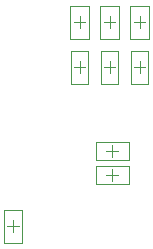
<source format=gbr>
%TF.GenerationSoftware,Altium Limited,Altium Designer,18.0.9 (584)*%
G04 Layer_Color=32768*
%FSLAX26Y26*%
%MOIN*%
%TF.FileFunction,Other,Mechanical_15*%
%TF.Part,Single*%
G01*
G75*
%TA.AperFunction,NonConductor*%
%ADD33C,0.003937*%
%ADD36C,0.001968*%
D33*
X155529Y-1315591D02*
Y-1276219D01*
X135845Y-1295906D02*
X175215D01*
X378017Y-785590D02*
Y-746220D01*
X358331Y-765905D02*
X397701D01*
X478017Y-785590D02*
Y-746220D01*
X458331Y-765905D02*
X497701D01*
X578017Y-785590D02*
Y-746220D01*
X558331Y-765905D02*
X597701D01*
X467717Y-1124803D02*
X507087D01*
X487401Y-1144487D02*
Y-1105118D01*
X358331Y-615905D02*
X397701D01*
X378017Y-635591D02*
Y-596220D01*
X458331Y-615905D02*
X497701D01*
X478017Y-635591D02*
Y-596220D01*
X558331Y-615905D02*
X597701D01*
X578017Y-635591D02*
Y-596220D01*
X467717Y-1044803D02*
X507087D01*
X487401Y-1064487D02*
Y-1025118D01*
D36*
X126001Y-1240787D02*
X185057D01*
X126001Y-1351024D02*
X185057D01*
X126001D02*
Y-1240787D01*
X185057Y-1351024D02*
Y-1240787D01*
X348489Y-821024D02*
X407543D01*
X348489Y-710788D02*
X407543D01*
X348489Y-821024D02*
Y-710788D01*
X407543Y-821024D02*
Y-710788D01*
X448489Y-821024D02*
X507543D01*
X448489Y-710788D02*
X507543D01*
X448489Y-821024D02*
Y-710788D01*
X507543Y-821024D02*
Y-710788D01*
X548489Y-821024D02*
X607543D01*
X548489Y-710788D02*
X607543D01*
X548489Y-821024D02*
Y-710788D01*
X607543Y-821024D02*
Y-710788D01*
X432283Y-1154332D02*
Y-1095275D01*
X542519Y-1154332D02*
Y-1095275D01*
X432283D02*
X542519D01*
X432283Y-1154332D02*
X542519D01*
X346521Y-671024D02*
Y-560788D01*
X409513Y-671024D02*
Y-560788D01*
X346521Y-671024D02*
X409513D01*
X346521Y-560788D02*
X409513D01*
X446521Y-671024D02*
Y-560788D01*
X509513Y-671024D02*
Y-560788D01*
X446521Y-671024D02*
X509513D01*
X446521Y-560788D02*
X509513D01*
X546521Y-671024D02*
Y-560788D01*
X609513Y-671024D02*
Y-560788D01*
X546521Y-671024D02*
X609513D01*
X546521Y-560788D02*
X609513D01*
X432283Y-1074332D02*
Y-1015275D01*
X542519Y-1074332D02*
Y-1015275D01*
X432283D02*
X542519D01*
X432283Y-1074332D02*
X542519D01*
%TF.MD5,a087cbbfdcbb09866dcddcda4cef0d29*%
M02*

</source>
